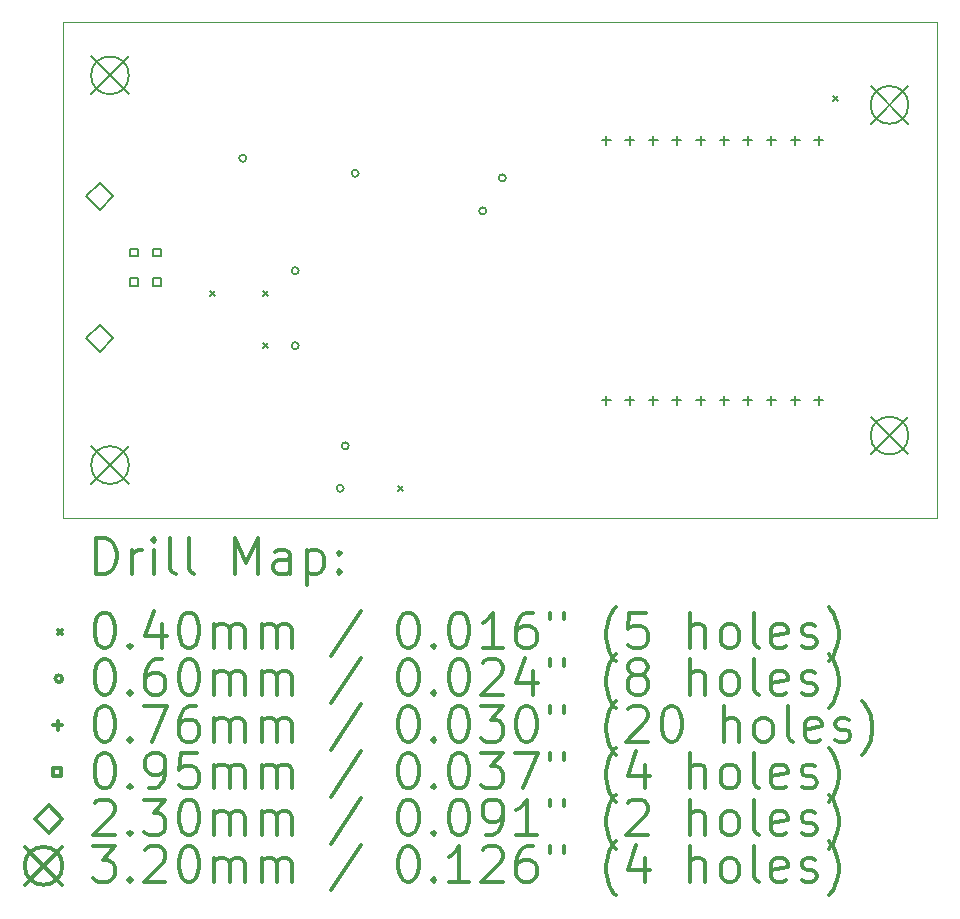
<source format=gbr>
%FSLAX45Y45*%
G04 Gerber Fmt 4.5, Leading zero omitted, Abs format (unit mm)*
G04 Created by KiCad (PCBNEW 5.1.5+dfsg1-2build2) date 2020-09-30 09:27:40*
%MOMM*%
%LPD*%
G04 APERTURE LIST*
%TA.AperFunction,Profile*%
%ADD10C,0.050000*%
%TD*%
%ADD11C,0.200000*%
%ADD12C,0.300000*%
G04 APERTURE END LIST*
D10*
X6000000Y-11200000D02*
X6000000Y-7000000D01*
X13400000Y-11200000D02*
X6000000Y-11200000D01*
X13400000Y-7000000D02*
X13400000Y-11200000D01*
X6000000Y-7000000D02*
X13400000Y-7000000D01*
D11*
X7250000Y-9275000D02*
X7290000Y-9315000D01*
X7290000Y-9275000D02*
X7250000Y-9315000D01*
X7694500Y-9275000D02*
X7734500Y-9315000D01*
X7734500Y-9275000D02*
X7694500Y-9315000D01*
X7694500Y-9719500D02*
X7734500Y-9759500D01*
X7734500Y-9719500D02*
X7694500Y-9759500D01*
X8837500Y-10926000D02*
X8877500Y-10966000D01*
X8877500Y-10926000D02*
X8837500Y-10966000D01*
X12520500Y-7624000D02*
X12560500Y-7664000D01*
X12560500Y-7624000D02*
X12520500Y-7664000D01*
X7554000Y-8152000D02*
G75*
G03X7554000Y-8152000I-30000J0D01*
G01*
X7998500Y-9104500D02*
G75*
G03X7998500Y-9104500I-30000J0D01*
G01*
X7998500Y-9739500D02*
G75*
G03X7998500Y-9739500I-30000J0D01*
G01*
X8379500Y-10946000D02*
G75*
G03X8379500Y-10946000I-30000J0D01*
G01*
X8421250Y-10586750D02*
G75*
G03X8421250Y-10586750I-30000J0D01*
G01*
X8506500Y-8279000D02*
G75*
G03X8506500Y-8279000I-30000J0D01*
G01*
X9586000Y-8596500D02*
G75*
G03X9586000Y-8596500I-30000J0D01*
G01*
X9752000Y-8318000D02*
G75*
G03X9752000Y-8318000I-30000J0D01*
G01*
X10600000Y-7961900D02*
X10600000Y-8038100D01*
X10561900Y-8000000D02*
X10638100Y-8000000D01*
X10600000Y-10161900D02*
X10600000Y-10238100D01*
X10561900Y-10200000D02*
X10638100Y-10200000D01*
X10800000Y-7961900D02*
X10800000Y-8038100D01*
X10761900Y-8000000D02*
X10838100Y-8000000D01*
X10800000Y-10161900D02*
X10800000Y-10238100D01*
X10761900Y-10200000D02*
X10838100Y-10200000D01*
X11000000Y-7961900D02*
X11000000Y-8038100D01*
X10961900Y-8000000D02*
X11038100Y-8000000D01*
X11000000Y-10161900D02*
X11000000Y-10238100D01*
X10961900Y-10200000D02*
X11038100Y-10200000D01*
X11200000Y-7961900D02*
X11200000Y-8038100D01*
X11161900Y-8000000D02*
X11238100Y-8000000D01*
X11200000Y-10161900D02*
X11200000Y-10238100D01*
X11161900Y-10200000D02*
X11238100Y-10200000D01*
X11400000Y-7961900D02*
X11400000Y-8038100D01*
X11361900Y-8000000D02*
X11438100Y-8000000D01*
X11400000Y-10161900D02*
X11400000Y-10238100D01*
X11361900Y-10200000D02*
X11438100Y-10200000D01*
X11600000Y-7961900D02*
X11600000Y-8038100D01*
X11561900Y-8000000D02*
X11638100Y-8000000D01*
X11600000Y-10161900D02*
X11600000Y-10238100D01*
X11561900Y-10200000D02*
X11638100Y-10200000D01*
X11800000Y-7961900D02*
X11800000Y-8038100D01*
X11761900Y-8000000D02*
X11838100Y-8000000D01*
X11800000Y-10161900D02*
X11800000Y-10238100D01*
X11761900Y-10200000D02*
X11838100Y-10200000D01*
X12000000Y-7961900D02*
X12000000Y-8038100D01*
X11961900Y-8000000D02*
X12038100Y-8000000D01*
X12000000Y-10161900D02*
X12000000Y-10238100D01*
X11961900Y-10200000D02*
X12038100Y-10200000D01*
X12200000Y-7961900D02*
X12200000Y-8038100D01*
X12161900Y-8000000D02*
X12238100Y-8000000D01*
X12200000Y-10161900D02*
X12200000Y-10238100D01*
X12161900Y-10200000D02*
X12238100Y-10200000D01*
X12400000Y-7961900D02*
X12400000Y-8038100D01*
X12361900Y-8000000D02*
X12438100Y-8000000D01*
X12400000Y-10161900D02*
X12400000Y-10238100D01*
X12361900Y-10200000D02*
X12438100Y-10200000D01*
X6633588Y-8983588D02*
X6633588Y-8916412D01*
X6566412Y-8916412D01*
X6566412Y-8983588D01*
X6633588Y-8983588D01*
X6633588Y-9233588D02*
X6633588Y-9166412D01*
X6566412Y-9166412D01*
X6566412Y-9233588D01*
X6633588Y-9233588D01*
X6833588Y-8983588D02*
X6833588Y-8916412D01*
X6766412Y-8916412D01*
X6766412Y-8983588D01*
X6833588Y-8983588D01*
X6833588Y-9233588D02*
X6833588Y-9166412D01*
X6766412Y-9166412D01*
X6766412Y-9233588D01*
X6833588Y-9233588D01*
X6314000Y-8590000D02*
X6429000Y-8475000D01*
X6314000Y-8360000D01*
X6199000Y-8475000D01*
X6314000Y-8590000D01*
X6314000Y-9790000D02*
X6429000Y-9675000D01*
X6314000Y-9560000D01*
X6199000Y-9675000D01*
X6314000Y-9790000D01*
X6240000Y-7290000D02*
X6560000Y-7610000D01*
X6560000Y-7290000D02*
X6240000Y-7610000D01*
X6560000Y-7450000D02*
G75*
G03X6560000Y-7450000I-160000J0D01*
G01*
X6240000Y-10590000D02*
X6560000Y-10910000D01*
X6560000Y-10590000D02*
X6240000Y-10910000D01*
X6560000Y-10750000D02*
G75*
G03X6560000Y-10750000I-160000J0D01*
G01*
X12840000Y-7540000D02*
X13160000Y-7860000D01*
X13160000Y-7540000D02*
X12840000Y-7860000D01*
X13160000Y-7700000D02*
G75*
G03X13160000Y-7700000I-160000J0D01*
G01*
X12840000Y-10340000D02*
X13160000Y-10660000D01*
X13160000Y-10340000D02*
X12840000Y-10660000D01*
X13160000Y-10500000D02*
G75*
G03X13160000Y-10500000I-160000J0D01*
G01*
D12*
X6283928Y-11668214D02*
X6283928Y-11368214D01*
X6355357Y-11368214D01*
X6398214Y-11382500D01*
X6426786Y-11411071D01*
X6441071Y-11439643D01*
X6455357Y-11496786D01*
X6455357Y-11539643D01*
X6441071Y-11596786D01*
X6426786Y-11625357D01*
X6398214Y-11653929D01*
X6355357Y-11668214D01*
X6283928Y-11668214D01*
X6583928Y-11668214D02*
X6583928Y-11468214D01*
X6583928Y-11525357D02*
X6598214Y-11496786D01*
X6612500Y-11482500D01*
X6641071Y-11468214D01*
X6669643Y-11468214D01*
X6769643Y-11668214D02*
X6769643Y-11468214D01*
X6769643Y-11368214D02*
X6755357Y-11382500D01*
X6769643Y-11396786D01*
X6783928Y-11382500D01*
X6769643Y-11368214D01*
X6769643Y-11396786D01*
X6955357Y-11668214D02*
X6926786Y-11653929D01*
X6912500Y-11625357D01*
X6912500Y-11368214D01*
X7112500Y-11668214D02*
X7083928Y-11653929D01*
X7069643Y-11625357D01*
X7069643Y-11368214D01*
X7455357Y-11668214D02*
X7455357Y-11368214D01*
X7555357Y-11582500D01*
X7655357Y-11368214D01*
X7655357Y-11668214D01*
X7926786Y-11668214D02*
X7926786Y-11511071D01*
X7912500Y-11482500D01*
X7883928Y-11468214D01*
X7826786Y-11468214D01*
X7798214Y-11482500D01*
X7926786Y-11653929D02*
X7898214Y-11668214D01*
X7826786Y-11668214D01*
X7798214Y-11653929D01*
X7783928Y-11625357D01*
X7783928Y-11596786D01*
X7798214Y-11568214D01*
X7826786Y-11553929D01*
X7898214Y-11553929D01*
X7926786Y-11539643D01*
X8069643Y-11468214D02*
X8069643Y-11768214D01*
X8069643Y-11482500D02*
X8098214Y-11468214D01*
X8155357Y-11468214D01*
X8183928Y-11482500D01*
X8198214Y-11496786D01*
X8212500Y-11525357D01*
X8212500Y-11611071D01*
X8198214Y-11639643D01*
X8183928Y-11653929D01*
X8155357Y-11668214D01*
X8098214Y-11668214D01*
X8069643Y-11653929D01*
X8341071Y-11639643D02*
X8355357Y-11653929D01*
X8341071Y-11668214D01*
X8326786Y-11653929D01*
X8341071Y-11639643D01*
X8341071Y-11668214D01*
X8341071Y-11482500D02*
X8355357Y-11496786D01*
X8341071Y-11511071D01*
X8326786Y-11496786D01*
X8341071Y-11482500D01*
X8341071Y-11511071D01*
X5957500Y-12142500D02*
X5997500Y-12182500D01*
X5997500Y-12142500D02*
X5957500Y-12182500D01*
X6341071Y-11998214D02*
X6369643Y-11998214D01*
X6398214Y-12012500D01*
X6412500Y-12026786D01*
X6426786Y-12055357D01*
X6441071Y-12112500D01*
X6441071Y-12183929D01*
X6426786Y-12241071D01*
X6412500Y-12269643D01*
X6398214Y-12283929D01*
X6369643Y-12298214D01*
X6341071Y-12298214D01*
X6312500Y-12283929D01*
X6298214Y-12269643D01*
X6283928Y-12241071D01*
X6269643Y-12183929D01*
X6269643Y-12112500D01*
X6283928Y-12055357D01*
X6298214Y-12026786D01*
X6312500Y-12012500D01*
X6341071Y-11998214D01*
X6569643Y-12269643D02*
X6583928Y-12283929D01*
X6569643Y-12298214D01*
X6555357Y-12283929D01*
X6569643Y-12269643D01*
X6569643Y-12298214D01*
X6841071Y-12098214D02*
X6841071Y-12298214D01*
X6769643Y-11983929D02*
X6698214Y-12198214D01*
X6883928Y-12198214D01*
X7055357Y-11998214D02*
X7083928Y-11998214D01*
X7112500Y-12012500D01*
X7126786Y-12026786D01*
X7141071Y-12055357D01*
X7155357Y-12112500D01*
X7155357Y-12183929D01*
X7141071Y-12241071D01*
X7126786Y-12269643D01*
X7112500Y-12283929D01*
X7083928Y-12298214D01*
X7055357Y-12298214D01*
X7026786Y-12283929D01*
X7012500Y-12269643D01*
X6998214Y-12241071D01*
X6983928Y-12183929D01*
X6983928Y-12112500D01*
X6998214Y-12055357D01*
X7012500Y-12026786D01*
X7026786Y-12012500D01*
X7055357Y-11998214D01*
X7283928Y-12298214D02*
X7283928Y-12098214D01*
X7283928Y-12126786D02*
X7298214Y-12112500D01*
X7326786Y-12098214D01*
X7369643Y-12098214D01*
X7398214Y-12112500D01*
X7412500Y-12141071D01*
X7412500Y-12298214D01*
X7412500Y-12141071D02*
X7426786Y-12112500D01*
X7455357Y-12098214D01*
X7498214Y-12098214D01*
X7526786Y-12112500D01*
X7541071Y-12141071D01*
X7541071Y-12298214D01*
X7683928Y-12298214D02*
X7683928Y-12098214D01*
X7683928Y-12126786D02*
X7698214Y-12112500D01*
X7726786Y-12098214D01*
X7769643Y-12098214D01*
X7798214Y-12112500D01*
X7812500Y-12141071D01*
X7812500Y-12298214D01*
X7812500Y-12141071D02*
X7826786Y-12112500D01*
X7855357Y-12098214D01*
X7898214Y-12098214D01*
X7926786Y-12112500D01*
X7941071Y-12141071D01*
X7941071Y-12298214D01*
X8526786Y-11983929D02*
X8269643Y-12369643D01*
X8912500Y-11998214D02*
X8941071Y-11998214D01*
X8969643Y-12012500D01*
X8983928Y-12026786D01*
X8998214Y-12055357D01*
X9012500Y-12112500D01*
X9012500Y-12183929D01*
X8998214Y-12241071D01*
X8983928Y-12269643D01*
X8969643Y-12283929D01*
X8941071Y-12298214D01*
X8912500Y-12298214D01*
X8883928Y-12283929D01*
X8869643Y-12269643D01*
X8855357Y-12241071D01*
X8841071Y-12183929D01*
X8841071Y-12112500D01*
X8855357Y-12055357D01*
X8869643Y-12026786D01*
X8883928Y-12012500D01*
X8912500Y-11998214D01*
X9141071Y-12269643D02*
X9155357Y-12283929D01*
X9141071Y-12298214D01*
X9126786Y-12283929D01*
X9141071Y-12269643D01*
X9141071Y-12298214D01*
X9341071Y-11998214D02*
X9369643Y-11998214D01*
X9398214Y-12012500D01*
X9412500Y-12026786D01*
X9426786Y-12055357D01*
X9441071Y-12112500D01*
X9441071Y-12183929D01*
X9426786Y-12241071D01*
X9412500Y-12269643D01*
X9398214Y-12283929D01*
X9369643Y-12298214D01*
X9341071Y-12298214D01*
X9312500Y-12283929D01*
X9298214Y-12269643D01*
X9283928Y-12241071D01*
X9269643Y-12183929D01*
X9269643Y-12112500D01*
X9283928Y-12055357D01*
X9298214Y-12026786D01*
X9312500Y-12012500D01*
X9341071Y-11998214D01*
X9726786Y-12298214D02*
X9555357Y-12298214D01*
X9641071Y-12298214D02*
X9641071Y-11998214D01*
X9612500Y-12041071D01*
X9583928Y-12069643D01*
X9555357Y-12083929D01*
X9983928Y-11998214D02*
X9926786Y-11998214D01*
X9898214Y-12012500D01*
X9883928Y-12026786D01*
X9855357Y-12069643D01*
X9841071Y-12126786D01*
X9841071Y-12241071D01*
X9855357Y-12269643D01*
X9869643Y-12283929D01*
X9898214Y-12298214D01*
X9955357Y-12298214D01*
X9983928Y-12283929D01*
X9998214Y-12269643D01*
X10012500Y-12241071D01*
X10012500Y-12169643D01*
X9998214Y-12141071D01*
X9983928Y-12126786D01*
X9955357Y-12112500D01*
X9898214Y-12112500D01*
X9869643Y-12126786D01*
X9855357Y-12141071D01*
X9841071Y-12169643D01*
X10126786Y-11998214D02*
X10126786Y-12055357D01*
X10241071Y-11998214D02*
X10241071Y-12055357D01*
X10683928Y-12412500D02*
X10669643Y-12398214D01*
X10641071Y-12355357D01*
X10626786Y-12326786D01*
X10612500Y-12283929D01*
X10598214Y-12212500D01*
X10598214Y-12155357D01*
X10612500Y-12083929D01*
X10626786Y-12041071D01*
X10641071Y-12012500D01*
X10669643Y-11969643D01*
X10683928Y-11955357D01*
X10941071Y-11998214D02*
X10798214Y-11998214D01*
X10783928Y-12141071D01*
X10798214Y-12126786D01*
X10826786Y-12112500D01*
X10898214Y-12112500D01*
X10926786Y-12126786D01*
X10941071Y-12141071D01*
X10955357Y-12169643D01*
X10955357Y-12241071D01*
X10941071Y-12269643D01*
X10926786Y-12283929D01*
X10898214Y-12298214D01*
X10826786Y-12298214D01*
X10798214Y-12283929D01*
X10783928Y-12269643D01*
X11312500Y-12298214D02*
X11312500Y-11998214D01*
X11441071Y-12298214D02*
X11441071Y-12141071D01*
X11426786Y-12112500D01*
X11398214Y-12098214D01*
X11355357Y-12098214D01*
X11326786Y-12112500D01*
X11312500Y-12126786D01*
X11626786Y-12298214D02*
X11598214Y-12283929D01*
X11583928Y-12269643D01*
X11569643Y-12241071D01*
X11569643Y-12155357D01*
X11583928Y-12126786D01*
X11598214Y-12112500D01*
X11626786Y-12098214D01*
X11669643Y-12098214D01*
X11698214Y-12112500D01*
X11712500Y-12126786D01*
X11726786Y-12155357D01*
X11726786Y-12241071D01*
X11712500Y-12269643D01*
X11698214Y-12283929D01*
X11669643Y-12298214D01*
X11626786Y-12298214D01*
X11898214Y-12298214D02*
X11869643Y-12283929D01*
X11855357Y-12255357D01*
X11855357Y-11998214D01*
X12126786Y-12283929D02*
X12098214Y-12298214D01*
X12041071Y-12298214D01*
X12012500Y-12283929D01*
X11998214Y-12255357D01*
X11998214Y-12141071D01*
X12012500Y-12112500D01*
X12041071Y-12098214D01*
X12098214Y-12098214D01*
X12126786Y-12112500D01*
X12141071Y-12141071D01*
X12141071Y-12169643D01*
X11998214Y-12198214D01*
X12255357Y-12283929D02*
X12283928Y-12298214D01*
X12341071Y-12298214D01*
X12369643Y-12283929D01*
X12383928Y-12255357D01*
X12383928Y-12241071D01*
X12369643Y-12212500D01*
X12341071Y-12198214D01*
X12298214Y-12198214D01*
X12269643Y-12183929D01*
X12255357Y-12155357D01*
X12255357Y-12141071D01*
X12269643Y-12112500D01*
X12298214Y-12098214D01*
X12341071Y-12098214D01*
X12369643Y-12112500D01*
X12483928Y-12412500D02*
X12498214Y-12398214D01*
X12526786Y-12355357D01*
X12541071Y-12326786D01*
X12555357Y-12283929D01*
X12569643Y-12212500D01*
X12569643Y-12155357D01*
X12555357Y-12083929D01*
X12541071Y-12041071D01*
X12526786Y-12012500D01*
X12498214Y-11969643D01*
X12483928Y-11955357D01*
X5997500Y-12558500D02*
G75*
G03X5997500Y-12558500I-30000J0D01*
G01*
X6341071Y-12394214D02*
X6369643Y-12394214D01*
X6398214Y-12408500D01*
X6412500Y-12422786D01*
X6426786Y-12451357D01*
X6441071Y-12508500D01*
X6441071Y-12579929D01*
X6426786Y-12637071D01*
X6412500Y-12665643D01*
X6398214Y-12679929D01*
X6369643Y-12694214D01*
X6341071Y-12694214D01*
X6312500Y-12679929D01*
X6298214Y-12665643D01*
X6283928Y-12637071D01*
X6269643Y-12579929D01*
X6269643Y-12508500D01*
X6283928Y-12451357D01*
X6298214Y-12422786D01*
X6312500Y-12408500D01*
X6341071Y-12394214D01*
X6569643Y-12665643D02*
X6583928Y-12679929D01*
X6569643Y-12694214D01*
X6555357Y-12679929D01*
X6569643Y-12665643D01*
X6569643Y-12694214D01*
X6841071Y-12394214D02*
X6783928Y-12394214D01*
X6755357Y-12408500D01*
X6741071Y-12422786D01*
X6712500Y-12465643D01*
X6698214Y-12522786D01*
X6698214Y-12637071D01*
X6712500Y-12665643D01*
X6726786Y-12679929D01*
X6755357Y-12694214D01*
X6812500Y-12694214D01*
X6841071Y-12679929D01*
X6855357Y-12665643D01*
X6869643Y-12637071D01*
X6869643Y-12565643D01*
X6855357Y-12537071D01*
X6841071Y-12522786D01*
X6812500Y-12508500D01*
X6755357Y-12508500D01*
X6726786Y-12522786D01*
X6712500Y-12537071D01*
X6698214Y-12565643D01*
X7055357Y-12394214D02*
X7083928Y-12394214D01*
X7112500Y-12408500D01*
X7126786Y-12422786D01*
X7141071Y-12451357D01*
X7155357Y-12508500D01*
X7155357Y-12579929D01*
X7141071Y-12637071D01*
X7126786Y-12665643D01*
X7112500Y-12679929D01*
X7083928Y-12694214D01*
X7055357Y-12694214D01*
X7026786Y-12679929D01*
X7012500Y-12665643D01*
X6998214Y-12637071D01*
X6983928Y-12579929D01*
X6983928Y-12508500D01*
X6998214Y-12451357D01*
X7012500Y-12422786D01*
X7026786Y-12408500D01*
X7055357Y-12394214D01*
X7283928Y-12694214D02*
X7283928Y-12494214D01*
X7283928Y-12522786D02*
X7298214Y-12508500D01*
X7326786Y-12494214D01*
X7369643Y-12494214D01*
X7398214Y-12508500D01*
X7412500Y-12537071D01*
X7412500Y-12694214D01*
X7412500Y-12537071D02*
X7426786Y-12508500D01*
X7455357Y-12494214D01*
X7498214Y-12494214D01*
X7526786Y-12508500D01*
X7541071Y-12537071D01*
X7541071Y-12694214D01*
X7683928Y-12694214D02*
X7683928Y-12494214D01*
X7683928Y-12522786D02*
X7698214Y-12508500D01*
X7726786Y-12494214D01*
X7769643Y-12494214D01*
X7798214Y-12508500D01*
X7812500Y-12537071D01*
X7812500Y-12694214D01*
X7812500Y-12537071D02*
X7826786Y-12508500D01*
X7855357Y-12494214D01*
X7898214Y-12494214D01*
X7926786Y-12508500D01*
X7941071Y-12537071D01*
X7941071Y-12694214D01*
X8526786Y-12379929D02*
X8269643Y-12765643D01*
X8912500Y-12394214D02*
X8941071Y-12394214D01*
X8969643Y-12408500D01*
X8983928Y-12422786D01*
X8998214Y-12451357D01*
X9012500Y-12508500D01*
X9012500Y-12579929D01*
X8998214Y-12637071D01*
X8983928Y-12665643D01*
X8969643Y-12679929D01*
X8941071Y-12694214D01*
X8912500Y-12694214D01*
X8883928Y-12679929D01*
X8869643Y-12665643D01*
X8855357Y-12637071D01*
X8841071Y-12579929D01*
X8841071Y-12508500D01*
X8855357Y-12451357D01*
X8869643Y-12422786D01*
X8883928Y-12408500D01*
X8912500Y-12394214D01*
X9141071Y-12665643D02*
X9155357Y-12679929D01*
X9141071Y-12694214D01*
X9126786Y-12679929D01*
X9141071Y-12665643D01*
X9141071Y-12694214D01*
X9341071Y-12394214D02*
X9369643Y-12394214D01*
X9398214Y-12408500D01*
X9412500Y-12422786D01*
X9426786Y-12451357D01*
X9441071Y-12508500D01*
X9441071Y-12579929D01*
X9426786Y-12637071D01*
X9412500Y-12665643D01*
X9398214Y-12679929D01*
X9369643Y-12694214D01*
X9341071Y-12694214D01*
X9312500Y-12679929D01*
X9298214Y-12665643D01*
X9283928Y-12637071D01*
X9269643Y-12579929D01*
X9269643Y-12508500D01*
X9283928Y-12451357D01*
X9298214Y-12422786D01*
X9312500Y-12408500D01*
X9341071Y-12394214D01*
X9555357Y-12422786D02*
X9569643Y-12408500D01*
X9598214Y-12394214D01*
X9669643Y-12394214D01*
X9698214Y-12408500D01*
X9712500Y-12422786D01*
X9726786Y-12451357D01*
X9726786Y-12479929D01*
X9712500Y-12522786D01*
X9541071Y-12694214D01*
X9726786Y-12694214D01*
X9983928Y-12494214D02*
X9983928Y-12694214D01*
X9912500Y-12379929D02*
X9841071Y-12594214D01*
X10026786Y-12594214D01*
X10126786Y-12394214D02*
X10126786Y-12451357D01*
X10241071Y-12394214D02*
X10241071Y-12451357D01*
X10683928Y-12808500D02*
X10669643Y-12794214D01*
X10641071Y-12751357D01*
X10626786Y-12722786D01*
X10612500Y-12679929D01*
X10598214Y-12608500D01*
X10598214Y-12551357D01*
X10612500Y-12479929D01*
X10626786Y-12437071D01*
X10641071Y-12408500D01*
X10669643Y-12365643D01*
X10683928Y-12351357D01*
X10841071Y-12522786D02*
X10812500Y-12508500D01*
X10798214Y-12494214D01*
X10783928Y-12465643D01*
X10783928Y-12451357D01*
X10798214Y-12422786D01*
X10812500Y-12408500D01*
X10841071Y-12394214D01*
X10898214Y-12394214D01*
X10926786Y-12408500D01*
X10941071Y-12422786D01*
X10955357Y-12451357D01*
X10955357Y-12465643D01*
X10941071Y-12494214D01*
X10926786Y-12508500D01*
X10898214Y-12522786D01*
X10841071Y-12522786D01*
X10812500Y-12537071D01*
X10798214Y-12551357D01*
X10783928Y-12579929D01*
X10783928Y-12637071D01*
X10798214Y-12665643D01*
X10812500Y-12679929D01*
X10841071Y-12694214D01*
X10898214Y-12694214D01*
X10926786Y-12679929D01*
X10941071Y-12665643D01*
X10955357Y-12637071D01*
X10955357Y-12579929D01*
X10941071Y-12551357D01*
X10926786Y-12537071D01*
X10898214Y-12522786D01*
X11312500Y-12694214D02*
X11312500Y-12394214D01*
X11441071Y-12694214D02*
X11441071Y-12537071D01*
X11426786Y-12508500D01*
X11398214Y-12494214D01*
X11355357Y-12494214D01*
X11326786Y-12508500D01*
X11312500Y-12522786D01*
X11626786Y-12694214D02*
X11598214Y-12679929D01*
X11583928Y-12665643D01*
X11569643Y-12637071D01*
X11569643Y-12551357D01*
X11583928Y-12522786D01*
X11598214Y-12508500D01*
X11626786Y-12494214D01*
X11669643Y-12494214D01*
X11698214Y-12508500D01*
X11712500Y-12522786D01*
X11726786Y-12551357D01*
X11726786Y-12637071D01*
X11712500Y-12665643D01*
X11698214Y-12679929D01*
X11669643Y-12694214D01*
X11626786Y-12694214D01*
X11898214Y-12694214D02*
X11869643Y-12679929D01*
X11855357Y-12651357D01*
X11855357Y-12394214D01*
X12126786Y-12679929D02*
X12098214Y-12694214D01*
X12041071Y-12694214D01*
X12012500Y-12679929D01*
X11998214Y-12651357D01*
X11998214Y-12537071D01*
X12012500Y-12508500D01*
X12041071Y-12494214D01*
X12098214Y-12494214D01*
X12126786Y-12508500D01*
X12141071Y-12537071D01*
X12141071Y-12565643D01*
X11998214Y-12594214D01*
X12255357Y-12679929D02*
X12283928Y-12694214D01*
X12341071Y-12694214D01*
X12369643Y-12679929D01*
X12383928Y-12651357D01*
X12383928Y-12637071D01*
X12369643Y-12608500D01*
X12341071Y-12594214D01*
X12298214Y-12594214D01*
X12269643Y-12579929D01*
X12255357Y-12551357D01*
X12255357Y-12537071D01*
X12269643Y-12508500D01*
X12298214Y-12494214D01*
X12341071Y-12494214D01*
X12369643Y-12508500D01*
X12483928Y-12808500D02*
X12498214Y-12794214D01*
X12526786Y-12751357D01*
X12541071Y-12722786D01*
X12555357Y-12679929D01*
X12569643Y-12608500D01*
X12569643Y-12551357D01*
X12555357Y-12479929D01*
X12541071Y-12437071D01*
X12526786Y-12408500D01*
X12498214Y-12365643D01*
X12483928Y-12351357D01*
X5959400Y-12916400D02*
X5959400Y-12992600D01*
X5921300Y-12954500D02*
X5997500Y-12954500D01*
X6341071Y-12790214D02*
X6369643Y-12790214D01*
X6398214Y-12804500D01*
X6412500Y-12818786D01*
X6426786Y-12847357D01*
X6441071Y-12904500D01*
X6441071Y-12975929D01*
X6426786Y-13033071D01*
X6412500Y-13061643D01*
X6398214Y-13075929D01*
X6369643Y-13090214D01*
X6341071Y-13090214D01*
X6312500Y-13075929D01*
X6298214Y-13061643D01*
X6283928Y-13033071D01*
X6269643Y-12975929D01*
X6269643Y-12904500D01*
X6283928Y-12847357D01*
X6298214Y-12818786D01*
X6312500Y-12804500D01*
X6341071Y-12790214D01*
X6569643Y-13061643D02*
X6583928Y-13075929D01*
X6569643Y-13090214D01*
X6555357Y-13075929D01*
X6569643Y-13061643D01*
X6569643Y-13090214D01*
X6683928Y-12790214D02*
X6883928Y-12790214D01*
X6755357Y-13090214D01*
X7126786Y-12790214D02*
X7069643Y-12790214D01*
X7041071Y-12804500D01*
X7026786Y-12818786D01*
X6998214Y-12861643D01*
X6983928Y-12918786D01*
X6983928Y-13033071D01*
X6998214Y-13061643D01*
X7012500Y-13075929D01*
X7041071Y-13090214D01*
X7098214Y-13090214D01*
X7126786Y-13075929D01*
X7141071Y-13061643D01*
X7155357Y-13033071D01*
X7155357Y-12961643D01*
X7141071Y-12933071D01*
X7126786Y-12918786D01*
X7098214Y-12904500D01*
X7041071Y-12904500D01*
X7012500Y-12918786D01*
X6998214Y-12933071D01*
X6983928Y-12961643D01*
X7283928Y-13090214D02*
X7283928Y-12890214D01*
X7283928Y-12918786D02*
X7298214Y-12904500D01*
X7326786Y-12890214D01*
X7369643Y-12890214D01*
X7398214Y-12904500D01*
X7412500Y-12933071D01*
X7412500Y-13090214D01*
X7412500Y-12933071D02*
X7426786Y-12904500D01*
X7455357Y-12890214D01*
X7498214Y-12890214D01*
X7526786Y-12904500D01*
X7541071Y-12933071D01*
X7541071Y-13090214D01*
X7683928Y-13090214D02*
X7683928Y-12890214D01*
X7683928Y-12918786D02*
X7698214Y-12904500D01*
X7726786Y-12890214D01*
X7769643Y-12890214D01*
X7798214Y-12904500D01*
X7812500Y-12933071D01*
X7812500Y-13090214D01*
X7812500Y-12933071D02*
X7826786Y-12904500D01*
X7855357Y-12890214D01*
X7898214Y-12890214D01*
X7926786Y-12904500D01*
X7941071Y-12933071D01*
X7941071Y-13090214D01*
X8526786Y-12775929D02*
X8269643Y-13161643D01*
X8912500Y-12790214D02*
X8941071Y-12790214D01*
X8969643Y-12804500D01*
X8983928Y-12818786D01*
X8998214Y-12847357D01*
X9012500Y-12904500D01*
X9012500Y-12975929D01*
X8998214Y-13033071D01*
X8983928Y-13061643D01*
X8969643Y-13075929D01*
X8941071Y-13090214D01*
X8912500Y-13090214D01*
X8883928Y-13075929D01*
X8869643Y-13061643D01*
X8855357Y-13033071D01*
X8841071Y-12975929D01*
X8841071Y-12904500D01*
X8855357Y-12847357D01*
X8869643Y-12818786D01*
X8883928Y-12804500D01*
X8912500Y-12790214D01*
X9141071Y-13061643D02*
X9155357Y-13075929D01*
X9141071Y-13090214D01*
X9126786Y-13075929D01*
X9141071Y-13061643D01*
X9141071Y-13090214D01*
X9341071Y-12790214D02*
X9369643Y-12790214D01*
X9398214Y-12804500D01*
X9412500Y-12818786D01*
X9426786Y-12847357D01*
X9441071Y-12904500D01*
X9441071Y-12975929D01*
X9426786Y-13033071D01*
X9412500Y-13061643D01*
X9398214Y-13075929D01*
X9369643Y-13090214D01*
X9341071Y-13090214D01*
X9312500Y-13075929D01*
X9298214Y-13061643D01*
X9283928Y-13033071D01*
X9269643Y-12975929D01*
X9269643Y-12904500D01*
X9283928Y-12847357D01*
X9298214Y-12818786D01*
X9312500Y-12804500D01*
X9341071Y-12790214D01*
X9541071Y-12790214D02*
X9726786Y-12790214D01*
X9626786Y-12904500D01*
X9669643Y-12904500D01*
X9698214Y-12918786D01*
X9712500Y-12933071D01*
X9726786Y-12961643D01*
X9726786Y-13033071D01*
X9712500Y-13061643D01*
X9698214Y-13075929D01*
X9669643Y-13090214D01*
X9583928Y-13090214D01*
X9555357Y-13075929D01*
X9541071Y-13061643D01*
X9912500Y-12790214D02*
X9941071Y-12790214D01*
X9969643Y-12804500D01*
X9983928Y-12818786D01*
X9998214Y-12847357D01*
X10012500Y-12904500D01*
X10012500Y-12975929D01*
X9998214Y-13033071D01*
X9983928Y-13061643D01*
X9969643Y-13075929D01*
X9941071Y-13090214D01*
X9912500Y-13090214D01*
X9883928Y-13075929D01*
X9869643Y-13061643D01*
X9855357Y-13033071D01*
X9841071Y-12975929D01*
X9841071Y-12904500D01*
X9855357Y-12847357D01*
X9869643Y-12818786D01*
X9883928Y-12804500D01*
X9912500Y-12790214D01*
X10126786Y-12790214D02*
X10126786Y-12847357D01*
X10241071Y-12790214D02*
X10241071Y-12847357D01*
X10683928Y-13204500D02*
X10669643Y-13190214D01*
X10641071Y-13147357D01*
X10626786Y-13118786D01*
X10612500Y-13075929D01*
X10598214Y-13004500D01*
X10598214Y-12947357D01*
X10612500Y-12875929D01*
X10626786Y-12833071D01*
X10641071Y-12804500D01*
X10669643Y-12761643D01*
X10683928Y-12747357D01*
X10783928Y-12818786D02*
X10798214Y-12804500D01*
X10826786Y-12790214D01*
X10898214Y-12790214D01*
X10926786Y-12804500D01*
X10941071Y-12818786D01*
X10955357Y-12847357D01*
X10955357Y-12875929D01*
X10941071Y-12918786D01*
X10769643Y-13090214D01*
X10955357Y-13090214D01*
X11141071Y-12790214D02*
X11169643Y-12790214D01*
X11198214Y-12804500D01*
X11212500Y-12818786D01*
X11226786Y-12847357D01*
X11241071Y-12904500D01*
X11241071Y-12975929D01*
X11226786Y-13033071D01*
X11212500Y-13061643D01*
X11198214Y-13075929D01*
X11169643Y-13090214D01*
X11141071Y-13090214D01*
X11112500Y-13075929D01*
X11098214Y-13061643D01*
X11083928Y-13033071D01*
X11069643Y-12975929D01*
X11069643Y-12904500D01*
X11083928Y-12847357D01*
X11098214Y-12818786D01*
X11112500Y-12804500D01*
X11141071Y-12790214D01*
X11598214Y-13090214D02*
X11598214Y-12790214D01*
X11726786Y-13090214D02*
X11726786Y-12933071D01*
X11712500Y-12904500D01*
X11683928Y-12890214D01*
X11641071Y-12890214D01*
X11612500Y-12904500D01*
X11598214Y-12918786D01*
X11912500Y-13090214D02*
X11883928Y-13075929D01*
X11869643Y-13061643D01*
X11855357Y-13033071D01*
X11855357Y-12947357D01*
X11869643Y-12918786D01*
X11883928Y-12904500D01*
X11912500Y-12890214D01*
X11955357Y-12890214D01*
X11983928Y-12904500D01*
X11998214Y-12918786D01*
X12012500Y-12947357D01*
X12012500Y-13033071D01*
X11998214Y-13061643D01*
X11983928Y-13075929D01*
X11955357Y-13090214D01*
X11912500Y-13090214D01*
X12183928Y-13090214D02*
X12155357Y-13075929D01*
X12141071Y-13047357D01*
X12141071Y-12790214D01*
X12412500Y-13075929D02*
X12383928Y-13090214D01*
X12326786Y-13090214D01*
X12298214Y-13075929D01*
X12283928Y-13047357D01*
X12283928Y-12933071D01*
X12298214Y-12904500D01*
X12326786Y-12890214D01*
X12383928Y-12890214D01*
X12412500Y-12904500D01*
X12426786Y-12933071D01*
X12426786Y-12961643D01*
X12283928Y-12990214D01*
X12541071Y-13075929D02*
X12569643Y-13090214D01*
X12626786Y-13090214D01*
X12655357Y-13075929D01*
X12669643Y-13047357D01*
X12669643Y-13033071D01*
X12655357Y-13004500D01*
X12626786Y-12990214D01*
X12583928Y-12990214D01*
X12555357Y-12975929D01*
X12541071Y-12947357D01*
X12541071Y-12933071D01*
X12555357Y-12904500D01*
X12583928Y-12890214D01*
X12626786Y-12890214D01*
X12655357Y-12904500D01*
X12769643Y-13204500D02*
X12783928Y-13190214D01*
X12812500Y-13147357D01*
X12826786Y-13118786D01*
X12841071Y-13075929D01*
X12855357Y-13004500D01*
X12855357Y-12947357D01*
X12841071Y-12875929D01*
X12826786Y-12833071D01*
X12812500Y-12804500D01*
X12783928Y-12761643D01*
X12769643Y-12747357D01*
X5983588Y-13384088D02*
X5983588Y-13316912D01*
X5916412Y-13316912D01*
X5916412Y-13384088D01*
X5983588Y-13384088D01*
X6341071Y-13186214D02*
X6369643Y-13186214D01*
X6398214Y-13200500D01*
X6412500Y-13214786D01*
X6426786Y-13243357D01*
X6441071Y-13300500D01*
X6441071Y-13371929D01*
X6426786Y-13429071D01*
X6412500Y-13457643D01*
X6398214Y-13471929D01*
X6369643Y-13486214D01*
X6341071Y-13486214D01*
X6312500Y-13471929D01*
X6298214Y-13457643D01*
X6283928Y-13429071D01*
X6269643Y-13371929D01*
X6269643Y-13300500D01*
X6283928Y-13243357D01*
X6298214Y-13214786D01*
X6312500Y-13200500D01*
X6341071Y-13186214D01*
X6569643Y-13457643D02*
X6583928Y-13471929D01*
X6569643Y-13486214D01*
X6555357Y-13471929D01*
X6569643Y-13457643D01*
X6569643Y-13486214D01*
X6726786Y-13486214D02*
X6783928Y-13486214D01*
X6812500Y-13471929D01*
X6826786Y-13457643D01*
X6855357Y-13414786D01*
X6869643Y-13357643D01*
X6869643Y-13243357D01*
X6855357Y-13214786D01*
X6841071Y-13200500D01*
X6812500Y-13186214D01*
X6755357Y-13186214D01*
X6726786Y-13200500D01*
X6712500Y-13214786D01*
X6698214Y-13243357D01*
X6698214Y-13314786D01*
X6712500Y-13343357D01*
X6726786Y-13357643D01*
X6755357Y-13371929D01*
X6812500Y-13371929D01*
X6841071Y-13357643D01*
X6855357Y-13343357D01*
X6869643Y-13314786D01*
X7141071Y-13186214D02*
X6998214Y-13186214D01*
X6983928Y-13329071D01*
X6998214Y-13314786D01*
X7026786Y-13300500D01*
X7098214Y-13300500D01*
X7126786Y-13314786D01*
X7141071Y-13329071D01*
X7155357Y-13357643D01*
X7155357Y-13429071D01*
X7141071Y-13457643D01*
X7126786Y-13471929D01*
X7098214Y-13486214D01*
X7026786Y-13486214D01*
X6998214Y-13471929D01*
X6983928Y-13457643D01*
X7283928Y-13486214D02*
X7283928Y-13286214D01*
X7283928Y-13314786D02*
X7298214Y-13300500D01*
X7326786Y-13286214D01*
X7369643Y-13286214D01*
X7398214Y-13300500D01*
X7412500Y-13329071D01*
X7412500Y-13486214D01*
X7412500Y-13329071D02*
X7426786Y-13300500D01*
X7455357Y-13286214D01*
X7498214Y-13286214D01*
X7526786Y-13300500D01*
X7541071Y-13329071D01*
X7541071Y-13486214D01*
X7683928Y-13486214D02*
X7683928Y-13286214D01*
X7683928Y-13314786D02*
X7698214Y-13300500D01*
X7726786Y-13286214D01*
X7769643Y-13286214D01*
X7798214Y-13300500D01*
X7812500Y-13329071D01*
X7812500Y-13486214D01*
X7812500Y-13329071D02*
X7826786Y-13300500D01*
X7855357Y-13286214D01*
X7898214Y-13286214D01*
X7926786Y-13300500D01*
X7941071Y-13329071D01*
X7941071Y-13486214D01*
X8526786Y-13171929D02*
X8269643Y-13557643D01*
X8912500Y-13186214D02*
X8941071Y-13186214D01*
X8969643Y-13200500D01*
X8983928Y-13214786D01*
X8998214Y-13243357D01*
X9012500Y-13300500D01*
X9012500Y-13371929D01*
X8998214Y-13429071D01*
X8983928Y-13457643D01*
X8969643Y-13471929D01*
X8941071Y-13486214D01*
X8912500Y-13486214D01*
X8883928Y-13471929D01*
X8869643Y-13457643D01*
X8855357Y-13429071D01*
X8841071Y-13371929D01*
X8841071Y-13300500D01*
X8855357Y-13243357D01*
X8869643Y-13214786D01*
X8883928Y-13200500D01*
X8912500Y-13186214D01*
X9141071Y-13457643D02*
X9155357Y-13471929D01*
X9141071Y-13486214D01*
X9126786Y-13471929D01*
X9141071Y-13457643D01*
X9141071Y-13486214D01*
X9341071Y-13186214D02*
X9369643Y-13186214D01*
X9398214Y-13200500D01*
X9412500Y-13214786D01*
X9426786Y-13243357D01*
X9441071Y-13300500D01*
X9441071Y-13371929D01*
X9426786Y-13429071D01*
X9412500Y-13457643D01*
X9398214Y-13471929D01*
X9369643Y-13486214D01*
X9341071Y-13486214D01*
X9312500Y-13471929D01*
X9298214Y-13457643D01*
X9283928Y-13429071D01*
X9269643Y-13371929D01*
X9269643Y-13300500D01*
X9283928Y-13243357D01*
X9298214Y-13214786D01*
X9312500Y-13200500D01*
X9341071Y-13186214D01*
X9541071Y-13186214D02*
X9726786Y-13186214D01*
X9626786Y-13300500D01*
X9669643Y-13300500D01*
X9698214Y-13314786D01*
X9712500Y-13329071D01*
X9726786Y-13357643D01*
X9726786Y-13429071D01*
X9712500Y-13457643D01*
X9698214Y-13471929D01*
X9669643Y-13486214D01*
X9583928Y-13486214D01*
X9555357Y-13471929D01*
X9541071Y-13457643D01*
X9826786Y-13186214D02*
X10026786Y-13186214D01*
X9898214Y-13486214D01*
X10126786Y-13186214D02*
X10126786Y-13243357D01*
X10241071Y-13186214D02*
X10241071Y-13243357D01*
X10683928Y-13600500D02*
X10669643Y-13586214D01*
X10641071Y-13543357D01*
X10626786Y-13514786D01*
X10612500Y-13471929D01*
X10598214Y-13400500D01*
X10598214Y-13343357D01*
X10612500Y-13271929D01*
X10626786Y-13229071D01*
X10641071Y-13200500D01*
X10669643Y-13157643D01*
X10683928Y-13143357D01*
X10926786Y-13286214D02*
X10926786Y-13486214D01*
X10855357Y-13171929D02*
X10783928Y-13386214D01*
X10969643Y-13386214D01*
X11312500Y-13486214D02*
X11312500Y-13186214D01*
X11441071Y-13486214D02*
X11441071Y-13329071D01*
X11426786Y-13300500D01*
X11398214Y-13286214D01*
X11355357Y-13286214D01*
X11326786Y-13300500D01*
X11312500Y-13314786D01*
X11626786Y-13486214D02*
X11598214Y-13471929D01*
X11583928Y-13457643D01*
X11569643Y-13429071D01*
X11569643Y-13343357D01*
X11583928Y-13314786D01*
X11598214Y-13300500D01*
X11626786Y-13286214D01*
X11669643Y-13286214D01*
X11698214Y-13300500D01*
X11712500Y-13314786D01*
X11726786Y-13343357D01*
X11726786Y-13429071D01*
X11712500Y-13457643D01*
X11698214Y-13471929D01*
X11669643Y-13486214D01*
X11626786Y-13486214D01*
X11898214Y-13486214D02*
X11869643Y-13471929D01*
X11855357Y-13443357D01*
X11855357Y-13186214D01*
X12126786Y-13471929D02*
X12098214Y-13486214D01*
X12041071Y-13486214D01*
X12012500Y-13471929D01*
X11998214Y-13443357D01*
X11998214Y-13329071D01*
X12012500Y-13300500D01*
X12041071Y-13286214D01*
X12098214Y-13286214D01*
X12126786Y-13300500D01*
X12141071Y-13329071D01*
X12141071Y-13357643D01*
X11998214Y-13386214D01*
X12255357Y-13471929D02*
X12283928Y-13486214D01*
X12341071Y-13486214D01*
X12369643Y-13471929D01*
X12383928Y-13443357D01*
X12383928Y-13429071D01*
X12369643Y-13400500D01*
X12341071Y-13386214D01*
X12298214Y-13386214D01*
X12269643Y-13371929D01*
X12255357Y-13343357D01*
X12255357Y-13329071D01*
X12269643Y-13300500D01*
X12298214Y-13286214D01*
X12341071Y-13286214D01*
X12369643Y-13300500D01*
X12483928Y-13600500D02*
X12498214Y-13586214D01*
X12526786Y-13543357D01*
X12541071Y-13514786D01*
X12555357Y-13471929D01*
X12569643Y-13400500D01*
X12569643Y-13343357D01*
X12555357Y-13271929D01*
X12541071Y-13229071D01*
X12526786Y-13200500D01*
X12498214Y-13157643D01*
X12483928Y-13143357D01*
X5882500Y-13861500D02*
X5997500Y-13746500D01*
X5882500Y-13631500D01*
X5767500Y-13746500D01*
X5882500Y-13861500D01*
X6269643Y-13610786D02*
X6283928Y-13596500D01*
X6312500Y-13582214D01*
X6383928Y-13582214D01*
X6412500Y-13596500D01*
X6426786Y-13610786D01*
X6441071Y-13639357D01*
X6441071Y-13667929D01*
X6426786Y-13710786D01*
X6255357Y-13882214D01*
X6441071Y-13882214D01*
X6569643Y-13853643D02*
X6583928Y-13867929D01*
X6569643Y-13882214D01*
X6555357Y-13867929D01*
X6569643Y-13853643D01*
X6569643Y-13882214D01*
X6683928Y-13582214D02*
X6869643Y-13582214D01*
X6769643Y-13696500D01*
X6812500Y-13696500D01*
X6841071Y-13710786D01*
X6855357Y-13725071D01*
X6869643Y-13753643D01*
X6869643Y-13825071D01*
X6855357Y-13853643D01*
X6841071Y-13867929D01*
X6812500Y-13882214D01*
X6726786Y-13882214D01*
X6698214Y-13867929D01*
X6683928Y-13853643D01*
X7055357Y-13582214D02*
X7083928Y-13582214D01*
X7112500Y-13596500D01*
X7126786Y-13610786D01*
X7141071Y-13639357D01*
X7155357Y-13696500D01*
X7155357Y-13767929D01*
X7141071Y-13825071D01*
X7126786Y-13853643D01*
X7112500Y-13867929D01*
X7083928Y-13882214D01*
X7055357Y-13882214D01*
X7026786Y-13867929D01*
X7012500Y-13853643D01*
X6998214Y-13825071D01*
X6983928Y-13767929D01*
X6983928Y-13696500D01*
X6998214Y-13639357D01*
X7012500Y-13610786D01*
X7026786Y-13596500D01*
X7055357Y-13582214D01*
X7283928Y-13882214D02*
X7283928Y-13682214D01*
X7283928Y-13710786D02*
X7298214Y-13696500D01*
X7326786Y-13682214D01*
X7369643Y-13682214D01*
X7398214Y-13696500D01*
X7412500Y-13725071D01*
X7412500Y-13882214D01*
X7412500Y-13725071D02*
X7426786Y-13696500D01*
X7455357Y-13682214D01*
X7498214Y-13682214D01*
X7526786Y-13696500D01*
X7541071Y-13725071D01*
X7541071Y-13882214D01*
X7683928Y-13882214D02*
X7683928Y-13682214D01*
X7683928Y-13710786D02*
X7698214Y-13696500D01*
X7726786Y-13682214D01*
X7769643Y-13682214D01*
X7798214Y-13696500D01*
X7812500Y-13725071D01*
X7812500Y-13882214D01*
X7812500Y-13725071D02*
X7826786Y-13696500D01*
X7855357Y-13682214D01*
X7898214Y-13682214D01*
X7926786Y-13696500D01*
X7941071Y-13725071D01*
X7941071Y-13882214D01*
X8526786Y-13567929D02*
X8269643Y-13953643D01*
X8912500Y-13582214D02*
X8941071Y-13582214D01*
X8969643Y-13596500D01*
X8983928Y-13610786D01*
X8998214Y-13639357D01*
X9012500Y-13696500D01*
X9012500Y-13767929D01*
X8998214Y-13825071D01*
X8983928Y-13853643D01*
X8969643Y-13867929D01*
X8941071Y-13882214D01*
X8912500Y-13882214D01*
X8883928Y-13867929D01*
X8869643Y-13853643D01*
X8855357Y-13825071D01*
X8841071Y-13767929D01*
X8841071Y-13696500D01*
X8855357Y-13639357D01*
X8869643Y-13610786D01*
X8883928Y-13596500D01*
X8912500Y-13582214D01*
X9141071Y-13853643D02*
X9155357Y-13867929D01*
X9141071Y-13882214D01*
X9126786Y-13867929D01*
X9141071Y-13853643D01*
X9141071Y-13882214D01*
X9341071Y-13582214D02*
X9369643Y-13582214D01*
X9398214Y-13596500D01*
X9412500Y-13610786D01*
X9426786Y-13639357D01*
X9441071Y-13696500D01*
X9441071Y-13767929D01*
X9426786Y-13825071D01*
X9412500Y-13853643D01*
X9398214Y-13867929D01*
X9369643Y-13882214D01*
X9341071Y-13882214D01*
X9312500Y-13867929D01*
X9298214Y-13853643D01*
X9283928Y-13825071D01*
X9269643Y-13767929D01*
X9269643Y-13696500D01*
X9283928Y-13639357D01*
X9298214Y-13610786D01*
X9312500Y-13596500D01*
X9341071Y-13582214D01*
X9583928Y-13882214D02*
X9641071Y-13882214D01*
X9669643Y-13867929D01*
X9683928Y-13853643D01*
X9712500Y-13810786D01*
X9726786Y-13753643D01*
X9726786Y-13639357D01*
X9712500Y-13610786D01*
X9698214Y-13596500D01*
X9669643Y-13582214D01*
X9612500Y-13582214D01*
X9583928Y-13596500D01*
X9569643Y-13610786D01*
X9555357Y-13639357D01*
X9555357Y-13710786D01*
X9569643Y-13739357D01*
X9583928Y-13753643D01*
X9612500Y-13767929D01*
X9669643Y-13767929D01*
X9698214Y-13753643D01*
X9712500Y-13739357D01*
X9726786Y-13710786D01*
X10012500Y-13882214D02*
X9841071Y-13882214D01*
X9926786Y-13882214D02*
X9926786Y-13582214D01*
X9898214Y-13625071D01*
X9869643Y-13653643D01*
X9841071Y-13667929D01*
X10126786Y-13582214D02*
X10126786Y-13639357D01*
X10241071Y-13582214D02*
X10241071Y-13639357D01*
X10683928Y-13996500D02*
X10669643Y-13982214D01*
X10641071Y-13939357D01*
X10626786Y-13910786D01*
X10612500Y-13867929D01*
X10598214Y-13796500D01*
X10598214Y-13739357D01*
X10612500Y-13667929D01*
X10626786Y-13625071D01*
X10641071Y-13596500D01*
X10669643Y-13553643D01*
X10683928Y-13539357D01*
X10783928Y-13610786D02*
X10798214Y-13596500D01*
X10826786Y-13582214D01*
X10898214Y-13582214D01*
X10926786Y-13596500D01*
X10941071Y-13610786D01*
X10955357Y-13639357D01*
X10955357Y-13667929D01*
X10941071Y-13710786D01*
X10769643Y-13882214D01*
X10955357Y-13882214D01*
X11312500Y-13882214D02*
X11312500Y-13582214D01*
X11441071Y-13882214D02*
X11441071Y-13725071D01*
X11426786Y-13696500D01*
X11398214Y-13682214D01*
X11355357Y-13682214D01*
X11326786Y-13696500D01*
X11312500Y-13710786D01*
X11626786Y-13882214D02*
X11598214Y-13867929D01*
X11583928Y-13853643D01*
X11569643Y-13825071D01*
X11569643Y-13739357D01*
X11583928Y-13710786D01*
X11598214Y-13696500D01*
X11626786Y-13682214D01*
X11669643Y-13682214D01*
X11698214Y-13696500D01*
X11712500Y-13710786D01*
X11726786Y-13739357D01*
X11726786Y-13825071D01*
X11712500Y-13853643D01*
X11698214Y-13867929D01*
X11669643Y-13882214D01*
X11626786Y-13882214D01*
X11898214Y-13882214D02*
X11869643Y-13867929D01*
X11855357Y-13839357D01*
X11855357Y-13582214D01*
X12126786Y-13867929D02*
X12098214Y-13882214D01*
X12041071Y-13882214D01*
X12012500Y-13867929D01*
X11998214Y-13839357D01*
X11998214Y-13725071D01*
X12012500Y-13696500D01*
X12041071Y-13682214D01*
X12098214Y-13682214D01*
X12126786Y-13696500D01*
X12141071Y-13725071D01*
X12141071Y-13753643D01*
X11998214Y-13782214D01*
X12255357Y-13867929D02*
X12283928Y-13882214D01*
X12341071Y-13882214D01*
X12369643Y-13867929D01*
X12383928Y-13839357D01*
X12383928Y-13825071D01*
X12369643Y-13796500D01*
X12341071Y-13782214D01*
X12298214Y-13782214D01*
X12269643Y-13767929D01*
X12255357Y-13739357D01*
X12255357Y-13725071D01*
X12269643Y-13696500D01*
X12298214Y-13682214D01*
X12341071Y-13682214D01*
X12369643Y-13696500D01*
X12483928Y-13996500D02*
X12498214Y-13982214D01*
X12526786Y-13939357D01*
X12541071Y-13910786D01*
X12555357Y-13867929D01*
X12569643Y-13796500D01*
X12569643Y-13739357D01*
X12555357Y-13667929D01*
X12541071Y-13625071D01*
X12526786Y-13596500D01*
X12498214Y-13553643D01*
X12483928Y-13539357D01*
X5677500Y-13982500D02*
X5997500Y-14302500D01*
X5997500Y-13982500D02*
X5677500Y-14302500D01*
X5997500Y-14142500D02*
G75*
G03X5997500Y-14142500I-160000J0D01*
G01*
X6255357Y-13978214D02*
X6441071Y-13978214D01*
X6341071Y-14092500D01*
X6383928Y-14092500D01*
X6412500Y-14106786D01*
X6426786Y-14121071D01*
X6441071Y-14149643D01*
X6441071Y-14221071D01*
X6426786Y-14249643D01*
X6412500Y-14263929D01*
X6383928Y-14278214D01*
X6298214Y-14278214D01*
X6269643Y-14263929D01*
X6255357Y-14249643D01*
X6569643Y-14249643D02*
X6583928Y-14263929D01*
X6569643Y-14278214D01*
X6555357Y-14263929D01*
X6569643Y-14249643D01*
X6569643Y-14278214D01*
X6698214Y-14006786D02*
X6712500Y-13992500D01*
X6741071Y-13978214D01*
X6812500Y-13978214D01*
X6841071Y-13992500D01*
X6855357Y-14006786D01*
X6869643Y-14035357D01*
X6869643Y-14063929D01*
X6855357Y-14106786D01*
X6683928Y-14278214D01*
X6869643Y-14278214D01*
X7055357Y-13978214D02*
X7083928Y-13978214D01*
X7112500Y-13992500D01*
X7126786Y-14006786D01*
X7141071Y-14035357D01*
X7155357Y-14092500D01*
X7155357Y-14163929D01*
X7141071Y-14221071D01*
X7126786Y-14249643D01*
X7112500Y-14263929D01*
X7083928Y-14278214D01*
X7055357Y-14278214D01*
X7026786Y-14263929D01*
X7012500Y-14249643D01*
X6998214Y-14221071D01*
X6983928Y-14163929D01*
X6983928Y-14092500D01*
X6998214Y-14035357D01*
X7012500Y-14006786D01*
X7026786Y-13992500D01*
X7055357Y-13978214D01*
X7283928Y-14278214D02*
X7283928Y-14078214D01*
X7283928Y-14106786D02*
X7298214Y-14092500D01*
X7326786Y-14078214D01*
X7369643Y-14078214D01*
X7398214Y-14092500D01*
X7412500Y-14121071D01*
X7412500Y-14278214D01*
X7412500Y-14121071D02*
X7426786Y-14092500D01*
X7455357Y-14078214D01*
X7498214Y-14078214D01*
X7526786Y-14092500D01*
X7541071Y-14121071D01*
X7541071Y-14278214D01*
X7683928Y-14278214D02*
X7683928Y-14078214D01*
X7683928Y-14106786D02*
X7698214Y-14092500D01*
X7726786Y-14078214D01*
X7769643Y-14078214D01*
X7798214Y-14092500D01*
X7812500Y-14121071D01*
X7812500Y-14278214D01*
X7812500Y-14121071D02*
X7826786Y-14092500D01*
X7855357Y-14078214D01*
X7898214Y-14078214D01*
X7926786Y-14092500D01*
X7941071Y-14121071D01*
X7941071Y-14278214D01*
X8526786Y-13963929D02*
X8269643Y-14349643D01*
X8912500Y-13978214D02*
X8941071Y-13978214D01*
X8969643Y-13992500D01*
X8983928Y-14006786D01*
X8998214Y-14035357D01*
X9012500Y-14092500D01*
X9012500Y-14163929D01*
X8998214Y-14221071D01*
X8983928Y-14249643D01*
X8969643Y-14263929D01*
X8941071Y-14278214D01*
X8912500Y-14278214D01*
X8883928Y-14263929D01*
X8869643Y-14249643D01*
X8855357Y-14221071D01*
X8841071Y-14163929D01*
X8841071Y-14092500D01*
X8855357Y-14035357D01*
X8869643Y-14006786D01*
X8883928Y-13992500D01*
X8912500Y-13978214D01*
X9141071Y-14249643D02*
X9155357Y-14263929D01*
X9141071Y-14278214D01*
X9126786Y-14263929D01*
X9141071Y-14249643D01*
X9141071Y-14278214D01*
X9441071Y-14278214D02*
X9269643Y-14278214D01*
X9355357Y-14278214D02*
X9355357Y-13978214D01*
X9326786Y-14021071D01*
X9298214Y-14049643D01*
X9269643Y-14063929D01*
X9555357Y-14006786D02*
X9569643Y-13992500D01*
X9598214Y-13978214D01*
X9669643Y-13978214D01*
X9698214Y-13992500D01*
X9712500Y-14006786D01*
X9726786Y-14035357D01*
X9726786Y-14063929D01*
X9712500Y-14106786D01*
X9541071Y-14278214D01*
X9726786Y-14278214D01*
X9983928Y-13978214D02*
X9926786Y-13978214D01*
X9898214Y-13992500D01*
X9883928Y-14006786D01*
X9855357Y-14049643D01*
X9841071Y-14106786D01*
X9841071Y-14221071D01*
X9855357Y-14249643D01*
X9869643Y-14263929D01*
X9898214Y-14278214D01*
X9955357Y-14278214D01*
X9983928Y-14263929D01*
X9998214Y-14249643D01*
X10012500Y-14221071D01*
X10012500Y-14149643D01*
X9998214Y-14121071D01*
X9983928Y-14106786D01*
X9955357Y-14092500D01*
X9898214Y-14092500D01*
X9869643Y-14106786D01*
X9855357Y-14121071D01*
X9841071Y-14149643D01*
X10126786Y-13978214D02*
X10126786Y-14035357D01*
X10241071Y-13978214D02*
X10241071Y-14035357D01*
X10683928Y-14392500D02*
X10669643Y-14378214D01*
X10641071Y-14335357D01*
X10626786Y-14306786D01*
X10612500Y-14263929D01*
X10598214Y-14192500D01*
X10598214Y-14135357D01*
X10612500Y-14063929D01*
X10626786Y-14021071D01*
X10641071Y-13992500D01*
X10669643Y-13949643D01*
X10683928Y-13935357D01*
X10926786Y-14078214D02*
X10926786Y-14278214D01*
X10855357Y-13963929D02*
X10783928Y-14178214D01*
X10969643Y-14178214D01*
X11312500Y-14278214D02*
X11312500Y-13978214D01*
X11441071Y-14278214D02*
X11441071Y-14121071D01*
X11426786Y-14092500D01*
X11398214Y-14078214D01*
X11355357Y-14078214D01*
X11326786Y-14092500D01*
X11312500Y-14106786D01*
X11626786Y-14278214D02*
X11598214Y-14263929D01*
X11583928Y-14249643D01*
X11569643Y-14221071D01*
X11569643Y-14135357D01*
X11583928Y-14106786D01*
X11598214Y-14092500D01*
X11626786Y-14078214D01*
X11669643Y-14078214D01*
X11698214Y-14092500D01*
X11712500Y-14106786D01*
X11726786Y-14135357D01*
X11726786Y-14221071D01*
X11712500Y-14249643D01*
X11698214Y-14263929D01*
X11669643Y-14278214D01*
X11626786Y-14278214D01*
X11898214Y-14278214D02*
X11869643Y-14263929D01*
X11855357Y-14235357D01*
X11855357Y-13978214D01*
X12126786Y-14263929D02*
X12098214Y-14278214D01*
X12041071Y-14278214D01*
X12012500Y-14263929D01*
X11998214Y-14235357D01*
X11998214Y-14121071D01*
X12012500Y-14092500D01*
X12041071Y-14078214D01*
X12098214Y-14078214D01*
X12126786Y-14092500D01*
X12141071Y-14121071D01*
X12141071Y-14149643D01*
X11998214Y-14178214D01*
X12255357Y-14263929D02*
X12283928Y-14278214D01*
X12341071Y-14278214D01*
X12369643Y-14263929D01*
X12383928Y-14235357D01*
X12383928Y-14221071D01*
X12369643Y-14192500D01*
X12341071Y-14178214D01*
X12298214Y-14178214D01*
X12269643Y-14163929D01*
X12255357Y-14135357D01*
X12255357Y-14121071D01*
X12269643Y-14092500D01*
X12298214Y-14078214D01*
X12341071Y-14078214D01*
X12369643Y-14092500D01*
X12483928Y-14392500D02*
X12498214Y-14378214D01*
X12526786Y-14335357D01*
X12541071Y-14306786D01*
X12555357Y-14263929D01*
X12569643Y-14192500D01*
X12569643Y-14135357D01*
X12555357Y-14063929D01*
X12541071Y-14021071D01*
X12526786Y-13992500D01*
X12498214Y-13949643D01*
X12483928Y-13935357D01*
M02*

</source>
